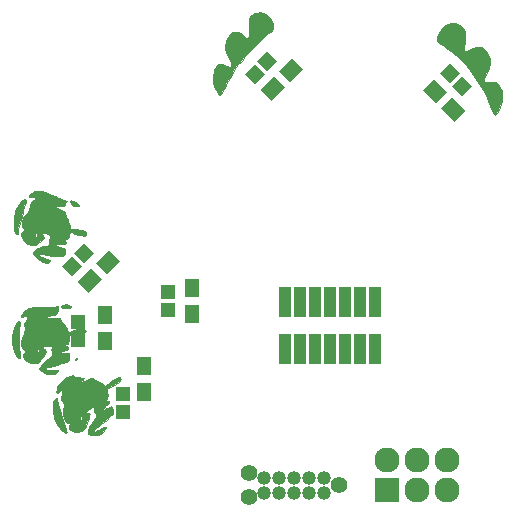
<source format=gbr>
G04 #@! TF.FileFunction,Soldermask,Bot*
%FSLAX46Y46*%
G04 Gerber Fmt 4.6, Leading zero omitted, Abs format (unit mm)*
G04 Created by KiCad (PCBNEW 4.0.5+dfsg1-4) date Sun Sep 22 16:13:37 2019*
%MOMM*%
%LPD*%
G01*
G04 APERTURE LIST*
%ADD10C,0.100000*%
%ADD11C,0.010000*%
%ADD12R,1.197560X1.197560*%
%ADD13R,1.000000X2.600000*%
%ADD14C,1.390600*%
%ADD15C,1.187400*%
%ADD16R,2.127200X2.127200*%
%ADD17O,2.127200X2.127200*%
%ADD18R,1.300000X1.600000*%
G04 APERTURE END LIST*
D10*
D11*
G36*
X57702246Y-62402213D02*
X57739318Y-62425514D01*
X57810773Y-62460039D01*
X57943261Y-62501332D01*
X58114202Y-62542848D01*
X58213000Y-62562768D01*
X58387138Y-62596558D01*
X58527338Y-62626024D01*
X58614546Y-62647040D01*
X58633440Y-62653817D01*
X58617586Y-62690215D01*
X58556834Y-62765401D01*
X58509333Y-62816500D01*
X58431457Y-62906109D01*
X58391670Y-62970757D01*
X58391472Y-62987916D01*
X58437953Y-62981684D01*
X58539657Y-62943375D01*
X58677034Y-62880631D01*
X58718457Y-62860114D01*
X58895793Y-62779473D01*
X59076529Y-62711239D01*
X59223150Y-62669491D01*
X59229966Y-62668150D01*
X59360619Y-62648289D01*
X59443268Y-62655917D01*
X59511903Y-62697417D01*
X59545772Y-62727451D01*
X59644443Y-62796121D01*
X59787846Y-62870207D01*
X59901877Y-62917310D01*
X60107775Y-63014849D01*
X60249370Y-63137684D01*
X60263764Y-63155779D01*
X60368429Y-63264444D01*
X60464977Y-63294322D01*
X60565619Y-63244882D01*
X60664902Y-63138332D01*
X60835063Y-62968225D01*
X61059709Y-62807016D01*
X61309331Y-62674280D01*
X61444402Y-62621238D01*
X61607217Y-62576136D01*
X61708049Y-62576391D01*
X61758066Y-62624734D01*
X61769000Y-62700584D01*
X61727864Y-62820556D01*
X61605195Y-62957994D01*
X61402103Y-63111964D01*
X61119698Y-63281530D01*
X61010488Y-63340121D01*
X60822944Y-63440243D01*
X60699899Y-63512412D01*
X60629707Y-63565696D01*
X60600724Y-63609166D01*
X60601307Y-63651892D01*
X60602876Y-63657621D01*
X60627340Y-63750927D01*
X60660069Y-63887672D01*
X60677986Y-63966511D01*
X60703414Y-64100258D01*
X60700584Y-64191112D01*
X60663086Y-64277983D01*
X60613872Y-64355601D01*
X60501098Y-64526014D01*
X60658799Y-64539091D01*
X60759258Y-64559804D01*
X60801477Y-64604443D01*
X60783155Y-64678798D01*
X60701990Y-64788660D01*
X60555682Y-64939821D01*
X60465752Y-65024928D01*
X60334995Y-65152309D01*
X60235959Y-65260213D01*
X60180072Y-65335423D01*
X60173666Y-65362777D01*
X60223515Y-65359274D01*
X60329787Y-65321961D01*
X60474658Y-65257720D01*
X60575794Y-65207516D01*
X60736793Y-65126374D01*
X60870456Y-65062562D01*
X60958494Y-65024623D01*
X60981794Y-65017834D01*
X61019116Y-65055160D01*
X61063050Y-65149675D01*
X61105528Y-65275184D01*
X61138482Y-65405490D01*
X61153844Y-65514400D01*
X61149893Y-65563616D01*
X61092949Y-65661950D01*
X60977451Y-65798905D01*
X60814277Y-65964649D01*
X60614302Y-66149351D01*
X60388406Y-66343179D01*
X60147464Y-66536302D01*
X59902355Y-66718888D01*
X59769108Y-66811664D01*
X59643551Y-66916115D01*
X59557249Y-67025905D01*
X59521190Y-67123161D01*
X59539958Y-67184403D01*
X59584721Y-67175256D01*
X59685698Y-67130829D01*
X59826235Y-67058948D01*
X59936626Y-66997969D01*
X60174398Y-66867481D01*
X60347169Y-66784792D01*
X60459744Y-66749786D01*
X60516924Y-66762348D01*
X60523515Y-66822363D01*
X60484319Y-66929714D01*
X60457118Y-66985449D01*
X60313969Y-67177695D01*
X60110810Y-67329531D01*
X59865064Y-67434781D01*
X59594158Y-67487268D01*
X59315516Y-67480817D01*
X59154917Y-67446972D01*
X59057856Y-67405384D01*
X59020906Y-67339912D01*
X59017334Y-67288084D01*
X59043099Y-67104743D01*
X59113319Y-66880716D01*
X59217376Y-66639626D01*
X59344653Y-66405097D01*
X59484534Y-66200751D01*
X59531368Y-66144290D01*
X59654943Y-65962659D01*
X59698119Y-65792928D01*
X59660396Y-65639151D01*
X59603043Y-65560761D01*
X59534056Y-65446717D01*
X59518087Y-65293065D01*
X59518127Y-65292025D01*
X59508248Y-65159164D01*
X59466796Y-65098548D01*
X59466526Y-65098443D01*
X59378669Y-65099803D01*
X59252506Y-65142273D01*
X59110277Y-65212880D01*
X58974220Y-65298653D01*
X58866574Y-65386618D01*
X58809577Y-65463802D01*
X58805667Y-65483955D01*
X58842507Y-65532114D01*
X58934952Y-65580654D01*
X58975000Y-65594335D01*
X59079569Y-65630408D01*
X59139101Y-65660138D01*
X59144334Y-65667143D01*
X59135059Y-65714834D01*
X59109922Y-65827146D01*
X59072952Y-65986404D01*
X59035754Y-66143319D01*
X58951693Y-66450513D01*
X58860410Y-66685897D01*
X58754066Y-66862326D01*
X58624820Y-66992654D01*
X58464831Y-67089736D01*
X58455988Y-67093899D01*
X58199214Y-67179315D01*
X57951188Y-67198361D01*
X57726021Y-67153420D01*
X57537820Y-67046877D01*
X57423806Y-66919576D01*
X57376858Y-66835971D01*
X57376889Y-66770473D01*
X57421506Y-66681291D01*
X57481433Y-66549073D01*
X57492741Y-66454927D01*
X57456116Y-66411096D01*
X57406594Y-66415491D01*
X57292664Y-66411467D01*
X57180953Y-66337602D01*
X57078212Y-66208600D01*
X56991192Y-66039165D01*
X56964966Y-65959868D01*
X58348217Y-65959868D01*
X58377325Y-66082081D01*
X58377376Y-66082192D01*
X58434094Y-66160760D01*
X58488086Y-66160234D01*
X58528936Y-66085837D01*
X58543639Y-65998811D01*
X58545548Y-65895343D01*
X58519814Y-65851427D01*
X58468227Y-65843334D01*
X58380501Y-65875073D01*
X58348217Y-65959868D01*
X56964966Y-65959868D01*
X56926644Y-65844001D01*
X56891319Y-65637813D01*
X56891969Y-65435305D01*
X56909578Y-65332966D01*
X56948300Y-65080106D01*
X56940791Y-64847214D01*
X56889129Y-64654568D01*
X56830106Y-64557221D01*
X56758319Y-64451395D01*
X56741374Y-64349312D01*
X56750340Y-64279342D01*
X56785913Y-64051333D01*
X56804567Y-63858128D01*
X56805650Y-63714201D01*
X56788509Y-63634028D01*
X56779895Y-63624683D01*
X56699450Y-63619714D01*
X56604427Y-63676300D01*
X56516833Y-63779641D01*
X56496455Y-63815288D01*
X56433693Y-63909958D01*
X56385851Y-63932073D01*
X56354717Y-63892721D01*
X56342076Y-63802989D01*
X56349715Y-63673965D01*
X56379422Y-63516736D01*
X56424185Y-63366834D01*
X56542786Y-63141620D01*
X56737859Y-62927530D01*
X57012342Y-62721812D01*
X57276870Y-62568846D01*
X57454776Y-62477268D01*
X57574512Y-62422213D01*
X57651771Y-62398816D01*
X57702246Y-62402213D01*
X57702246Y-62402213D01*
G37*
X57702246Y-62402213D02*
X57739318Y-62425514D01*
X57810773Y-62460039D01*
X57943261Y-62501332D01*
X58114202Y-62542848D01*
X58213000Y-62562768D01*
X58387138Y-62596558D01*
X58527338Y-62626024D01*
X58614546Y-62647040D01*
X58633440Y-62653817D01*
X58617586Y-62690215D01*
X58556834Y-62765401D01*
X58509333Y-62816500D01*
X58431457Y-62906109D01*
X58391670Y-62970757D01*
X58391472Y-62987916D01*
X58437953Y-62981684D01*
X58539657Y-62943375D01*
X58677034Y-62880631D01*
X58718457Y-62860114D01*
X58895793Y-62779473D01*
X59076529Y-62711239D01*
X59223150Y-62669491D01*
X59229966Y-62668150D01*
X59360619Y-62648289D01*
X59443268Y-62655917D01*
X59511903Y-62697417D01*
X59545772Y-62727451D01*
X59644443Y-62796121D01*
X59787846Y-62870207D01*
X59901877Y-62917310D01*
X60107775Y-63014849D01*
X60249370Y-63137684D01*
X60263764Y-63155779D01*
X60368429Y-63264444D01*
X60464977Y-63294322D01*
X60565619Y-63244882D01*
X60664902Y-63138332D01*
X60835063Y-62968225D01*
X61059709Y-62807016D01*
X61309331Y-62674280D01*
X61444402Y-62621238D01*
X61607217Y-62576136D01*
X61708049Y-62576391D01*
X61758066Y-62624734D01*
X61769000Y-62700584D01*
X61727864Y-62820556D01*
X61605195Y-62957994D01*
X61402103Y-63111964D01*
X61119698Y-63281530D01*
X61010488Y-63340121D01*
X60822944Y-63440243D01*
X60699899Y-63512412D01*
X60629707Y-63565696D01*
X60600724Y-63609166D01*
X60601307Y-63651892D01*
X60602876Y-63657621D01*
X60627340Y-63750927D01*
X60660069Y-63887672D01*
X60677986Y-63966511D01*
X60703414Y-64100258D01*
X60700584Y-64191112D01*
X60663086Y-64277983D01*
X60613872Y-64355601D01*
X60501098Y-64526014D01*
X60658799Y-64539091D01*
X60759258Y-64559804D01*
X60801477Y-64604443D01*
X60783155Y-64678798D01*
X60701990Y-64788660D01*
X60555682Y-64939821D01*
X60465752Y-65024928D01*
X60334995Y-65152309D01*
X60235959Y-65260213D01*
X60180072Y-65335423D01*
X60173666Y-65362777D01*
X60223515Y-65359274D01*
X60329787Y-65321961D01*
X60474658Y-65257720D01*
X60575794Y-65207516D01*
X60736793Y-65126374D01*
X60870456Y-65062562D01*
X60958494Y-65024623D01*
X60981794Y-65017834D01*
X61019116Y-65055160D01*
X61063050Y-65149675D01*
X61105528Y-65275184D01*
X61138482Y-65405490D01*
X61153844Y-65514400D01*
X61149893Y-65563616D01*
X61092949Y-65661950D01*
X60977451Y-65798905D01*
X60814277Y-65964649D01*
X60614302Y-66149351D01*
X60388406Y-66343179D01*
X60147464Y-66536302D01*
X59902355Y-66718888D01*
X59769108Y-66811664D01*
X59643551Y-66916115D01*
X59557249Y-67025905D01*
X59521190Y-67123161D01*
X59539958Y-67184403D01*
X59584721Y-67175256D01*
X59685698Y-67130829D01*
X59826235Y-67058948D01*
X59936626Y-66997969D01*
X60174398Y-66867481D01*
X60347169Y-66784792D01*
X60459744Y-66749786D01*
X60516924Y-66762348D01*
X60523515Y-66822363D01*
X60484319Y-66929714D01*
X60457118Y-66985449D01*
X60313969Y-67177695D01*
X60110810Y-67329531D01*
X59865064Y-67434781D01*
X59594158Y-67487268D01*
X59315516Y-67480817D01*
X59154917Y-67446972D01*
X59057856Y-67405384D01*
X59020906Y-67339912D01*
X59017334Y-67288084D01*
X59043099Y-67104743D01*
X59113319Y-66880716D01*
X59217376Y-66639626D01*
X59344653Y-66405097D01*
X59484534Y-66200751D01*
X59531368Y-66144290D01*
X59654943Y-65962659D01*
X59698119Y-65792928D01*
X59660396Y-65639151D01*
X59603043Y-65560761D01*
X59534056Y-65446717D01*
X59518087Y-65293065D01*
X59518127Y-65292025D01*
X59508248Y-65159164D01*
X59466796Y-65098548D01*
X59466526Y-65098443D01*
X59378669Y-65099803D01*
X59252506Y-65142273D01*
X59110277Y-65212880D01*
X58974220Y-65298653D01*
X58866574Y-65386618D01*
X58809577Y-65463802D01*
X58805667Y-65483955D01*
X58842507Y-65532114D01*
X58934952Y-65580654D01*
X58975000Y-65594335D01*
X59079569Y-65630408D01*
X59139101Y-65660138D01*
X59144334Y-65667143D01*
X59135059Y-65714834D01*
X59109922Y-65827146D01*
X59072952Y-65986404D01*
X59035754Y-66143319D01*
X58951693Y-66450513D01*
X58860410Y-66685897D01*
X58754066Y-66862326D01*
X58624820Y-66992654D01*
X58464831Y-67089736D01*
X58455988Y-67093899D01*
X58199214Y-67179315D01*
X57951188Y-67198361D01*
X57726021Y-67153420D01*
X57537820Y-67046877D01*
X57423806Y-66919576D01*
X57376858Y-66835971D01*
X57376889Y-66770473D01*
X57421506Y-66681291D01*
X57481433Y-66549073D01*
X57492741Y-66454927D01*
X57456116Y-66411096D01*
X57406594Y-66415491D01*
X57292664Y-66411467D01*
X57180953Y-66337602D01*
X57078212Y-66208600D01*
X56991192Y-66039165D01*
X56964966Y-65959868D01*
X58348217Y-65959868D01*
X58377325Y-66082081D01*
X58377376Y-66082192D01*
X58434094Y-66160760D01*
X58488086Y-66160234D01*
X58528936Y-66085837D01*
X58543639Y-65998811D01*
X58545548Y-65895343D01*
X58519814Y-65851427D01*
X58468227Y-65843334D01*
X58380501Y-65875073D01*
X58348217Y-65959868D01*
X56964966Y-65959868D01*
X56926644Y-65844001D01*
X56891319Y-65637813D01*
X56891969Y-65435305D01*
X56909578Y-65332966D01*
X56948300Y-65080106D01*
X56940791Y-64847214D01*
X56889129Y-64654568D01*
X56830106Y-64557221D01*
X56758319Y-64451395D01*
X56741374Y-64349312D01*
X56750340Y-64279342D01*
X56785913Y-64051333D01*
X56804567Y-63858128D01*
X56805650Y-63714201D01*
X56788509Y-63634028D01*
X56779895Y-63624683D01*
X56699450Y-63619714D01*
X56604427Y-63676300D01*
X56516833Y-63779641D01*
X56496455Y-63815288D01*
X56433693Y-63909958D01*
X56385851Y-63932073D01*
X56354717Y-63892721D01*
X56342076Y-63802989D01*
X56349715Y-63673965D01*
X56379422Y-63516736D01*
X56424185Y-63366834D01*
X56542786Y-63141620D01*
X56737859Y-62927530D01*
X57012342Y-62721812D01*
X57276870Y-62568846D01*
X57454776Y-62477268D01*
X57574512Y-62422213D01*
X57651771Y-62398816D01*
X57702246Y-62402213D01*
G36*
X56324298Y-64322568D02*
X56349571Y-64342944D01*
X56371063Y-64396472D01*
X56394885Y-64499159D01*
X56427143Y-64667016D01*
X56432288Y-64694535D01*
X56468361Y-64855212D01*
X56526617Y-65077615D01*
X56601488Y-65343479D01*
X56687401Y-65634542D01*
X56778786Y-65932540D01*
X56870073Y-66219210D01*
X56955690Y-66476289D01*
X57030066Y-66685514D01*
X57073008Y-66795032D01*
X57133715Y-66952107D01*
X57177910Y-67090066D01*
X57196835Y-67181248D01*
X57197000Y-67186615D01*
X57172007Y-67267518D01*
X57103020Y-67284832D01*
X56999030Y-67241009D01*
X56869027Y-67138500D01*
X56811728Y-67081584D01*
X56548049Y-66772466D01*
X56332481Y-66453263D01*
X56178261Y-66144108D01*
X56154916Y-66082372D01*
X56094396Y-65863823D01*
X56054918Y-65619335D01*
X56035451Y-65362458D01*
X56034963Y-65106738D01*
X56052423Y-64865725D01*
X56086800Y-64652965D01*
X56137062Y-64482009D01*
X56202177Y-64366402D01*
X56281115Y-64319695D01*
X56289138Y-64319334D01*
X56324298Y-64322568D01*
X56324298Y-64322568D01*
G37*
X56324298Y-64322568D02*
X56349571Y-64342944D01*
X56371063Y-64396472D01*
X56394885Y-64499159D01*
X56427143Y-64667016D01*
X56432288Y-64694535D01*
X56468361Y-64855212D01*
X56526617Y-65077615D01*
X56601488Y-65343479D01*
X56687401Y-65634542D01*
X56778786Y-65932540D01*
X56870073Y-66219210D01*
X56955690Y-66476289D01*
X57030066Y-66685514D01*
X57073008Y-66795032D01*
X57133715Y-66952107D01*
X57177910Y-67090066D01*
X57196835Y-67181248D01*
X57197000Y-67186615D01*
X57172007Y-67267518D01*
X57103020Y-67284832D01*
X56999030Y-67241009D01*
X56869027Y-67138500D01*
X56811728Y-67081584D01*
X56548049Y-66772466D01*
X56332481Y-66453263D01*
X56178261Y-66144108D01*
X56154916Y-66082372D01*
X56094396Y-65863823D01*
X56054918Y-65619335D01*
X56035451Y-65362458D01*
X56034963Y-65106738D01*
X56052423Y-64865725D01*
X56086800Y-64652965D01*
X56137062Y-64482009D01*
X56202177Y-64366402D01*
X56281115Y-64319695D01*
X56289138Y-64319334D01*
X56324298Y-64322568D01*
G36*
X56457077Y-56794584D02*
X56433660Y-56961719D01*
X56403525Y-57077316D01*
X56351561Y-57155992D01*
X56262658Y-57212361D01*
X56121704Y-57261039D01*
X55918686Y-57315321D01*
X55765813Y-57358492D01*
X55636335Y-57401284D01*
X55569101Y-57429293D01*
X55509251Y-57465932D01*
X55523900Y-57489477D01*
X55568111Y-57508269D01*
X55646405Y-57520667D01*
X55784676Y-57525263D01*
X55958555Y-57521592D01*
X56039684Y-57517261D01*
X56277283Y-57505893D01*
X56444230Y-57509198D01*
X56553764Y-57530418D01*
X56619125Y-57572795D01*
X56653553Y-57639571D01*
X56660751Y-57669339D01*
X56704469Y-57764353D01*
X56798315Y-57895962D01*
X56928560Y-58045169D01*
X56944163Y-58061471D01*
X57064922Y-58196495D01*
X57161565Y-58323154D01*
X57218284Y-58420047D01*
X57225716Y-58442652D01*
X57268828Y-58551932D01*
X57341018Y-58653986D01*
X57419513Y-58720353D01*
X57456698Y-58731334D01*
X57519344Y-58708577D01*
X57610942Y-58653297D01*
X57618030Y-58648307D01*
X57799395Y-58559495D01*
X58042401Y-58501445D01*
X58328233Y-58478537D01*
X58347828Y-58478368D01*
X58574267Y-58491838D01*
X58725103Y-58534061D01*
X58798435Y-58604354D01*
X58805667Y-58642595D01*
X58782927Y-58739822D01*
X58709882Y-58816991D01*
X58579289Y-58876683D01*
X58383908Y-58921476D01*
X58116498Y-58953950D01*
X57884917Y-58970598D01*
X57408667Y-58998237D01*
X57408667Y-59243029D01*
X57397907Y-59452274D01*
X57359979Y-59599939D01*
X57286411Y-59707024D01*
X57191858Y-59780352D01*
X57052793Y-59868402D01*
X57165494Y-59896688D01*
X57268896Y-59939455D01*
X57328106Y-59985114D01*
X57347624Y-60061524D01*
X57284315Y-60141732D01*
X57139870Y-60224492D01*
X56915978Y-60308559D01*
X56869711Y-60323020D01*
X56674220Y-60388690D01*
X56562172Y-60441060D01*
X56533614Y-60480220D01*
X56588594Y-60506261D01*
X56727162Y-60519272D01*
X56949364Y-60519344D01*
X56974033Y-60518704D01*
X57398608Y-60506907D01*
X57428142Y-60743290D01*
X57435132Y-60931573D01*
X57393976Y-61072040D01*
X57293335Y-61183190D01*
X57121866Y-61283522D01*
X57086899Y-61299900D01*
X56972594Y-61344062D01*
X56802336Y-61399830D01*
X56594838Y-61462119D01*
X56368813Y-61525847D01*
X56142975Y-61585933D01*
X55936036Y-61637294D01*
X55766710Y-61674847D01*
X55653710Y-61693511D01*
X55633367Y-61694667D01*
X55545235Y-61727593D01*
X55462470Y-61804020D01*
X55419798Y-61890423D01*
X55419000Y-61901634D01*
X55439123Y-61923714D01*
X55506746Y-61935401D01*
X55632751Y-61937188D01*
X55828022Y-61929567D01*
X55921012Y-61924404D01*
X56152172Y-61914446D01*
X56322974Y-61914659D01*
X56424359Y-61924841D01*
X56448413Y-61936121D01*
X56446732Y-62006206D01*
X56384485Y-62095006D01*
X56277607Y-62184960D01*
X56164808Y-62248652D01*
X55916983Y-62316677D01*
X55655236Y-62309453D01*
X55501352Y-62268263D01*
X55279803Y-62174826D01*
X55090899Y-62072600D01*
X54956893Y-61974010D01*
X54935351Y-61952246D01*
X54884395Y-61885721D01*
X54878788Y-61825035D01*
X54916130Y-61731622D01*
X54920982Y-61721409D01*
X55009245Y-61580292D01*
X55143161Y-61416089D01*
X55301377Y-61250649D01*
X55462536Y-61105817D01*
X55605284Y-61003442D01*
X55641682Y-60984106D01*
X55833061Y-60870588D01*
X55943933Y-60743702D01*
X55978315Y-60594985D01*
X55940223Y-60415974D01*
X55927156Y-60382710D01*
X55896027Y-60266964D01*
X55916471Y-60155655D01*
X55929351Y-60122657D01*
X55961328Y-60027294D01*
X55949164Y-59971516D01*
X55905230Y-59932157D01*
X55809932Y-59895061D01*
X55675303Y-59881106D01*
X55524708Y-59887465D01*
X55381512Y-59911312D01*
X55269080Y-59949821D01*
X55210779Y-60000166D01*
X55207334Y-60016570D01*
X55235773Y-60077517D01*
X55306736Y-60164110D01*
X55334334Y-60191834D01*
X55413610Y-60275033D01*
X55457944Y-60335627D01*
X55461334Y-60346419D01*
X55437373Y-60413018D01*
X55373742Y-60527949D01*
X55282821Y-60672764D01*
X55176987Y-60829015D01*
X55068619Y-60978256D01*
X54970094Y-61102037D01*
X54911729Y-61165500D01*
X54737587Y-61334834D01*
X54390377Y-61334834D01*
X54208242Y-61331564D01*
X54083671Y-61317816D01*
X53989686Y-61287682D01*
X53899307Y-61235254D01*
X53882128Y-61223539D01*
X53707497Y-61076595D01*
X53586155Y-60920185D01*
X53522548Y-60766705D01*
X53521122Y-60628552D01*
X53586322Y-60518123D01*
X53619834Y-60492060D01*
X53706748Y-60408007D01*
X53711779Y-60362942D01*
X54657000Y-60362942D01*
X54665222Y-60465069D01*
X54696508Y-60502341D01*
X54730209Y-60501443D01*
X54796453Y-60454401D01*
X54844291Y-60371121D01*
X54858547Y-60259774D01*
X54820241Y-60189903D01*
X54740886Y-60179232D01*
X54723346Y-60184884D01*
X54671798Y-60248931D01*
X54657000Y-60362942D01*
X53711779Y-60362942D01*
X53715608Y-60328653D01*
X53645961Y-60265943D01*
X53628677Y-60258696D01*
X53529166Y-60204387D01*
X53459971Y-60118677D01*
X53409689Y-59982270D01*
X53377119Y-59832858D01*
X53354720Y-59554446D01*
X53387321Y-59287415D01*
X53470780Y-59056851D01*
X53518025Y-58979681D01*
X53581490Y-58875449D01*
X53616487Y-58789229D01*
X53618052Y-58779887D01*
X53635194Y-58687140D01*
X53658650Y-58595085D01*
X53668771Y-58472066D01*
X53648277Y-58313026D01*
X53639771Y-58276833D01*
X53615961Y-58172508D01*
X53611549Y-58090234D01*
X53631761Y-58004215D01*
X53681821Y-57888651D01*
X53743639Y-57764010D01*
X53821854Y-57600396D01*
X53860951Y-57493267D01*
X53865531Y-57426603D01*
X53849772Y-57394346D01*
X53756759Y-57339476D01*
X53644096Y-57356584D01*
X53556333Y-57419000D01*
X53467410Y-57483642D01*
X53389949Y-57501495D01*
X53347232Y-57469135D01*
X53344667Y-57450123D01*
X53368406Y-57363637D01*
X53429515Y-57237556D01*
X53512834Y-57098686D01*
X53603202Y-56973831D01*
X53634752Y-56937247D01*
X53733905Y-56842408D01*
X53843779Y-56769164D01*
X53977538Y-56714034D01*
X54148341Y-56673536D01*
X54369350Y-56644188D01*
X54653727Y-56622508D01*
X54866308Y-56611451D01*
X55149760Y-56599465D01*
X55442436Y-56588985D01*
X55717858Y-56580834D01*
X55949546Y-56575836D01*
X56047389Y-56574737D01*
X56485278Y-56572334D01*
X56457077Y-56794584D01*
X56457077Y-56794584D01*
G37*
X56457077Y-56794584D02*
X56433660Y-56961719D01*
X56403525Y-57077316D01*
X56351561Y-57155992D01*
X56262658Y-57212361D01*
X56121704Y-57261039D01*
X55918686Y-57315321D01*
X55765813Y-57358492D01*
X55636335Y-57401284D01*
X55569101Y-57429293D01*
X55509251Y-57465932D01*
X55523900Y-57489477D01*
X55568111Y-57508269D01*
X55646405Y-57520667D01*
X55784676Y-57525263D01*
X55958555Y-57521592D01*
X56039684Y-57517261D01*
X56277283Y-57505893D01*
X56444230Y-57509198D01*
X56553764Y-57530418D01*
X56619125Y-57572795D01*
X56653553Y-57639571D01*
X56660751Y-57669339D01*
X56704469Y-57764353D01*
X56798315Y-57895962D01*
X56928560Y-58045169D01*
X56944163Y-58061471D01*
X57064922Y-58196495D01*
X57161565Y-58323154D01*
X57218284Y-58420047D01*
X57225716Y-58442652D01*
X57268828Y-58551932D01*
X57341018Y-58653986D01*
X57419513Y-58720353D01*
X57456698Y-58731334D01*
X57519344Y-58708577D01*
X57610942Y-58653297D01*
X57618030Y-58648307D01*
X57799395Y-58559495D01*
X58042401Y-58501445D01*
X58328233Y-58478537D01*
X58347828Y-58478368D01*
X58574267Y-58491838D01*
X58725103Y-58534061D01*
X58798435Y-58604354D01*
X58805667Y-58642595D01*
X58782927Y-58739822D01*
X58709882Y-58816991D01*
X58579289Y-58876683D01*
X58383908Y-58921476D01*
X58116498Y-58953950D01*
X57884917Y-58970598D01*
X57408667Y-58998237D01*
X57408667Y-59243029D01*
X57397907Y-59452274D01*
X57359979Y-59599939D01*
X57286411Y-59707024D01*
X57191858Y-59780352D01*
X57052793Y-59868402D01*
X57165494Y-59896688D01*
X57268896Y-59939455D01*
X57328106Y-59985114D01*
X57347624Y-60061524D01*
X57284315Y-60141732D01*
X57139870Y-60224492D01*
X56915978Y-60308559D01*
X56869711Y-60323020D01*
X56674220Y-60388690D01*
X56562172Y-60441060D01*
X56533614Y-60480220D01*
X56588594Y-60506261D01*
X56727162Y-60519272D01*
X56949364Y-60519344D01*
X56974033Y-60518704D01*
X57398608Y-60506907D01*
X57428142Y-60743290D01*
X57435132Y-60931573D01*
X57393976Y-61072040D01*
X57293335Y-61183190D01*
X57121866Y-61283522D01*
X57086899Y-61299900D01*
X56972594Y-61344062D01*
X56802336Y-61399830D01*
X56594838Y-61462119D01*
X56368813Y-61525847D01*
X56142975Y-61585933D01*
X55936036Y-61637294D01*
X55766710Y-61674847D01*
X55653710Y-61693511D01*
X55633367Y-61694667D01*
X55545235Y-61727593D01*
X55462470Y-61804020D01*
X55419798Y-61890423D01*
X55419000Y-61901634D01*
X55439123Y-61923714D01*
X55506746Y-61935401D01*
X55632751Y-61937188D01*
X55828022Y-61929567D01*
X55921012Y-61924404D01*
X56152172Y-61914446D01*
X56322974Y-61914659D01*
X56424359Y-61924841D01*
X56448413Y-61936121D01*
X56446732Y-62006206D01*
X56384485Y-62095006D01*
X56277607Y-62184960D01*
X56164808Y-62248652D01*
X55916983Y-62316677D01*
X55655236Y-62309453D01*
X55501352Y-62268263D01*
X55279803Y-62174826D01*
X55090899Y-62072600D01*
X54956893Y-61974010D01*
X54935351Y-61952246D01*
X54884395Y-61885721D01*
X54878788Y-61825035D01*
X54916130Y-61731622D01*
X54920982Y-61721409D01*
X55009245Y-61580292D01*
X55143161Y-61416089D01*
X55301377Y-61250649D01*
X55462536Y-61105817D01*
X55605284Y-61003442D01*
X55641682Y-60984106D01*
X55833061Y-60870588D01*
X55943933Y-60743702D01*
X55978315Y-60594985D01*
X55940223Y-60415974D01*
X55927156Y-60382710D01*
X55896027Y-60266964D01*
X55916471Y-60155655D01*
X55929351Y-60122657D01*
X55961328Y-60027294D01*
X55949164Y-59971516D01*
X55905230Y-59932157D01*
X55809932Y-59895061D01*
X55675303Y-59881106D01*
X55524708Y-59887465D01*
X55381512Y-59911312D01*
X55269080Y-59949821D01*
X55210779Y-60000166D01*
X55207334Y-60016570D01*
X55235773Y-60077517D01*
X55306736Y-60164110D01*
X55334334Y-60191834D01*
X55413610Y-60275033D01*
X55457944Y-60335627D01*
X55461334Y-60346419D01*
X55437373Y-60413018D01*
X55373742Y-60527949D01*
X55282821Y-60672764D01*
X55176987Y-60829015D01*
X55068619Y-60978256D01*
X54970094Y-61102037D01*
X54911729Y-61165500D01*
X54737587Y-61334834D01*
X54390377Y-61334834D01*
X54208242Y-61331564D01*
X54083671Y-61317816D01*
X53989686Y-61287682D01*
X53899307Y-61235254D01*
X53882128Y-61223539D01*
X53707497Y-61076595D01*
X53586155Y-60920185D01*
X53522548Y-60766705D01*
X53521122Y-60628552D01*
X53586322Y-60518123D01*
X53619834Y-60492060D01*
X53706748Y-60408007D01*
X53711779Y-60362942D01*
X54657000Y-60362942D01*
X54665222Y-60465069D01*
X54696508Y-60502341D01*
X54730209Y-60501443D01*
X54796453Y-60454401D01*
X54844291Y-60371121D01*
X54858547Y-60259774D01*
X54820241Y-60189903D01*
X54740886Y-60179232D01*
X54723346Y-60184884D01*
X54671798Y-60248931D01*
X54657000Y-60362942D01*
X53711779Y-60362942D01*
X53715608Y-60328653D01*
X53645961Y-60265943D01*
X53628677Y-60258696D01*
X53529166Y-60204387D01*
X53459971Y-60118677D01*
X53409689Y-59982270D01*
X53377119Y-59832858D01*
X53354720Y-59554446D01*
X53387321Y-59287415D01*
X53470780Y-59056851D01*
X53518025Y-58979681D01*
X53581490Y-58875449D01*
X53616487Y-58789229D01*
X53618052Y-58779887D01*
X53635194Y-58687140D01*
X53658650Y-58595085D01*
X53668771Y-58472066D01*
X53648277Y-58313026D01*
X53639771Y-58276833D01*
X53615961Y-58172508D01*
X53611549Y-58090234D01*
X53631761Y-58004215D01*
X53681821Y-57888651D01*
X53743639Y-57764010D01*
X53821854Y-57600396D01*
X53860951Y-57493267D01*
X53865531Y-57426603D01*
X53849772Y-57394346D01*
X53756759Y-57339476D01*
X53644096Y-57356584D01*
X53556333Y-57419000D01*
X53467410Y-57483642D01*
X53389949Y-57501495D01*
X53347232Y-57469135D01*
X53344667Y-57450123D01*
X53368406Y-57363637D01*
X53429515Y-57237556D01*
X53512834Y-57098686D01*
X53603202Y-56973831D01*
X53634752Y-56937247D01*
X53733905Y-56842408D01*
X53843779Y-56769164D01*
X53977538Y-56714034D01*
X54148341Y-56673536D01*
X54369350Y-56644188D01*
X54653727Y-56622508D01*
X54866308Y-56611451D01*
X55149760Y-56599465D01*
X55442436Y-56588985D01*
X55717858Y-56580834D01*
X55949546Y-56575836D01*
X56047389Y-56574737D01*
X56485278Y-56572334D01*
X56457077Y-56794584D01*
G36*
X58115907Y-60945101D02*
X58089239Y-60983978D01*
X58049560Y-61018742D01*
X57945494Y-61089711D01*
X57887716Y-61090342D01*
X57874334Y-61043029D01*
X57912085Y-60977638D01*
X58009404Y-60939165D01*
X58078879Y-60934075D01*
X58115907Y-60945101D01*
X58115907Y-60945101D01*
G37*
X58115907Y-60945101D02*
X58089239Y-60983978D01*
X58049560Y-61018742D01*
X57945494Y-61089711D01*
X57887716Y-61090342D01*
X57874334Y-61043029D01*
X57912085Y-60977638D01*
X58009404Y-60939165D01*
X58078879Y-60934075D01*
X58115907Y-60945101D01*
G36*
X53190091Y-57824565D02*
X53244665Y-57869656D01*
X53247134Y-57958445D01*
X53244141Y-57974548D01*
X53227202Y-58105404D01*
X53213049Y-58304667D01*
X53201931Y-58556116D01*
X53194098Y-58843528D01*
X53189797Y-59150681D01*
X53189278Y-59461355D01*
X53192790Y-59759328D01*
X53200582Y-60028376D01*
X53209858Y-60208759D01*
X53223259Y-60438201D01*
X53232042Y-60639945D01*
X53235736Y-60797877D01*
X53233873Y-60895885D01*
X53230542Y-60917842D01*
X53180421Y-60971589D01*
X53106351Y-60950365D01*
X53016442Y-60857562D01*
X52987580Y-60816250D01*
X52927740Y-60705632D01*
X52854407Y-60541663D01*
X52779448Y-60351775D01*
X52744947Y-60255334D01*
X52684029Y-60070442D01*
X52643995Y-59920121D01*
X52620465Y-59775834D01*
X52609057Y-59609046D01*
X52605391Y-59391219D01*
X52605218Y-59345167D01*
X52606989Y-59111255D01*
X52616413Y-58933451D01*
X52637440Y-58783278D01*
X52674016Y-58632257D01*
X52728314Y-58457329D01*
X52822935Y-58209616D01*
X52924630Y-58015836D01*
X53027600Y-57883935D01*
X53126045Y-57821861D01*
X53190091Y-57824565D01*
X53190091Y-57824565D01*
G37*
X53190091Y-57824565D02*
X53244665Y-57869656D01*
X53247134Y-57958445D01*
X53244141Y-57974548D01*
X53227202Y-58105404D01*
X53213049Y-58304667D01*
X53201931Y-58556116D01*
X53194098Y-58843528D01*
X53189797Y-59150681D01*
X53189278Y-59461355D01*
X53192790Y-59759328D01*
X53200582Y-60028376D01*
X53209858Y-60208759D01*
X53223259Y-60438201D01*
X53232042Y-60639945D01*
X53235736Y-60797877D01*
X53233873Y-60895885D01*
X53230542Y-60917842D01*
X53180421Y-60971589D01*
X53106351Y-60950365D01*
X53016442Y-60857562D01*
X52987580Y-60816250D01*
X52927740Y-60705632D01*
X52854407Y-60541663D01*
X52779448Y-60351775D01*
X52744947Y-60255334D01*
X52684029Y-60070442D01*
X52643995Y-59920121D01*
X52620465Y-59775834D01*
X52609057Y-59609046D01*
X52605391Y-59391219D01*
X52605218Y-59345167D01*
X52606989Y-59111255D01*
X52616413Y-58933451D01*
X52637440Y-58783278D01*
X52674016Y-58632257D01*
X52728314Y-58457329D01*
X52822935Y-58209616D01*
X52924630Y-58015836D01*
X53027600Y-57883935D01*
X53126045Y-57821861D01*
X53190091Y-57824565D01*
G36*
X57284810Y-56423066D02*
X57415520Y-56461005D01*
X57515083Y-56512812D01*
X57570087Y-56573304D01*
X57567119Y-56637299D01*
X57496117Y-56697844D01*
X57381239Y-56729300D01*
X57220198Y-56738820D01*
X57048264Y-56727640D01*
X56900709Y-56696997D01*
X56847750Y-56675120D01*
X56753984Y-56599140D01*
X56740394Y-56523441D01*
X56807342Y-56458732D01*
X56839923Y-56444286D01*
X56983598Y-56409524D01*
X57136365Y-56404178D01*
X57284810Y-56423066D01*
X57284810Y-56423066D01*
G37*
X57284810Y-56423066D02*
X57415520Y-56461005D01*
X57515083Y-56512812D01*
X57570087Y-56573304D01*
X57567119Y-56637299D01*
X57496117Y-56697844D01*
X57381239Y-56729300D01*
X57220198Y-56738820D01*
X57048264Y-56727640D01*
X56900709Y-56696997D01*
X56847750Y-56675120D01*
X56753984Y-56599140D01*
X56740394Y-56523441D01*
X56807342Y-56458732D01*
X56839923Y-56444286D01*
X56983598Y-56409524D01*
X57136365Y-56404178D01*
X57284810Y-56423066D01*
G36*
X54936308Y-46775794D02*
X55110564Y-46817930D01*
X55326105Y-46884650D01*
X55591904Y-46978147D01*
X55916935Y-47100615D01*
X56310172Y-47254248D01*
X56337992Y-47265241D01*
X57193485Y-47603451D01*
X57107882Y-47820626D01*
X57056127Y-47948221D01*
X57014674Y-48043850D01*
X56998657Y-48076025D01*
X56948276Y-48089642D01*
X56829316Y-48095203D01*
X56657508Y-48092429D01*
X56503934Y-48084745D01*
X56288281Y-48074571D01*
X56149623Y-48077264D01*
X56088622Y-48094937D01*
X56105936Y-48129703D01*
X56202225Y-48183674D01*
X56378150Y-48258964D01*
X56583167Y-48338420D01*
X56762235Y-48407851D01*
X56913663Y-48469853D01*
X57018556Y-48516497D01*
X57055184Y-48536523D01*
X57089394Y-48602487D01*
X57104142Y-48708438D01*
X57104153Y-48710587D01*
X57122591Y-48809002D01*
X57171646Y-48956725D01*
X57242338Y-49128226D01*
X57277719Y-49204094D01*
X57358227Y-49385820D01*
X57418118Y-49551437D01*
X57448770Y-49676059D01*
X57451000Y-49704294D01*
X57460328Y-49846601D01*
X57498501Y-49935679D01*
X57580806Y-49983125D01*
X57722530Y-50000537D01*
X57842588Y-50001390D01*
X58072664Y-50015837D01*
X58302418Y-50060255D01*
X58515076Y-50128076D01*
X58693864Y-50212736D01*
X58822008Y-50307666D01*
X58882734Y-50406302D01*
X58883246Y-50408770D01*
X58873101Y-50514961D01*
X58793114Y-50575797D01*
X58644941Y-50591272D01*
X58430237Y-50561378D01*
X58150658Y-50486109D01*
X57934381Y-50412651D01*
X57760620Y-50350837D01*
X57616772Y-50301692D01*
X57521219Y-50271380D01*
X57492995Y-50264667D01*
X57465251Y-50301786D01*
X57437068Y-50393913D01*
X57431039Y-50423417D01*
X57374937Y-50638734D01*
X57294732Y-50784124D01*
X57181106Y-50873027D01*
X57098198Y-50903473D01*
X56924014Y-50950376D01*
X57039340Y-51034386D01*
X57130424Y-51128817D01*
X57150648Y-51217588D01*
X57099616Y-51285100D01*
X57046240Y-51306267D01*
X56952230Y-51315788D01*
X56803866Y-51315862D01*
X56630922Y-51306608D01*
X56605817Y-51304520D01*
X56406462Y-51294069D01*
X56288329Y-51303950D01*
X56250709Y-51333154D01*
X56292892Y-51380672D01*
X56414168Y-51445495D01*
X56613826Y-51526613D01*
X56811214Y-51596402D01*
X56957757Y-51648231D01*
X57040144Y-51688331D01*
X57075010Y-51730305D01*
X57078986Y-51787759D01*
X57076263Y-51813185D01*
X57030885Y-52026388D01*
X56956599Y-52189343D01*
X56860971Y-52285599D01*
X56858334Y-52287029D01*
X56739041Y-52317365D01*
X56541428Y-52324447D01*
X56268534Y-52308455D01*
X55923395Y-52269572D01*
X55509051Y-52207981D01*
X55490264Y-52204914D01*
X55237331Y-52166562D01*
X55059614Y-52147118D01*
X54949925Y-52146047D01*
X54902559Y-52161174D01*
X54870845Y-52221339D01*
X54902908Y-52280887D01*
X55004243Y-52343716D01*
X55180347Y-52413722D01*
X55325787Y-52461290D01*
X55556358Y-52537165D01*
X55710093Y-52599910D01*
X55792814Y-52654721D01*
X55810346Y-52706796D01*
X55768512Y-52761329D01*
X55708538Y-52802827D01*
X55591164Y-52861758D01*
X55478033Y-52881194D01*
X55334957Y-52864500D01*
X55256760Y-52847300D01*
X55098080Y-52785431D01*
X54923496Y-52678479D01*
X54748748Y-52541197D01*
X54589577Y-52388336D01*
X54461721Y-52234651D01*
X54380921Y-52094893D01*
X54360667Y-52007400D01*
X54398245Y-51923010D01*
X54499268Y-51823841D01*
X54646170Y-51719720D01*
X54821386Y-51620480D01*
X55007350Y-51535948D01*
X55186496Y-51475956D01*
X55341258Y-51450332D01*
X55356664Y-51450034D01*
X55530943Y-51431439D01*
X55641571Y-51368106D01*
X55699405Y-51248584D01*
X55715334Y-51071783D01*
X55726218Y-50897231D01*
X55760384Y-50794274D01*
X55780876Y-50770971D01*
X55834799Y-50686966D01*
X55815718Y-50596704D01*
X55733919Y-50509150D01*
X55599687Y-50433268D01*
X55423305Y-50378019D01*
X55308472Y-50359265D01*
X55189784Y-50352859D01*
X55133603Y-50375925D01*
X55135483Y-50440687D01*
X55190977Y-50559369D01*
X55217917Y-50608210D01*
X55313167Y-50778027D01*
X55059167Y-51007808D01*
X54806477Y-51212548D01*
X54578647Y-51342940D01*
X54365681Y-51401793D01*
X54157585Y-51391920D01*
X53951176Y-51319455D01*
X53784503Y-51210915D01*
X53620258Y-51057468D01*
X53481724Y-50884823D01*
X53392185Y-50718691D01*
X53383370Y-50692475D01*
X53359594Y-50571080D01*
X54494137Y-50571080D01*
X54501940Y-50621801D01*
X54550550Y-50682186D01*
X54616448Y-50661139D01*
X54681846Y-50582494D01*
X54725958Y-50474312D01*
X54713626Y-50389516D01*
X54649133Y-50350005D01*
X54636255Y-50349334D01*
X54570004Y-50385732D01*
X54516835Y-50471407D01*
X54494137Y-50571080D01*
X53359594Y-50571080D01*
X53348862Y-50516292D01*
X53353993Y-50368673D01*
X53395925Y-50267188D01*
X53458009Y-50230375D01*
X53574575Y-50190500D01*
X53613888Y-50116983D01*
X53575022Y-50012825D01*
X53539645Y-49965935D01*
X53454456Y-49803474D01*
X53423086Y-49598497D01*
X53442069Y-49370836D01*
X53507937Y-49140320D01*
X53617225Y-48926779D01*
X53749421Y-48765898D01*
X53848410Y-48665663D01*
X53916491Y-48586425D01*
X53937334Y-48550174D01*
X53962999Y-48494292D01*
X54007542Y-48436921D01*
X54056592Y-48337290D01*
X54070878Y-48177211D01*
X54070062Y-48142109D01*
X54069393Y-48030264D01*
X54084763Y-47947119D01*
X54127981Y-47868526D01*
X54210857Y-47770339D01*
X54296187Y-47679748D01*
X54405702Y-47560209D01*
X54487749Y-47461655D01*
X54528096Y-47401459D01*
X54530000Y-47394326D01*
X54492747Y-47317641D01*
X54390440Y-47276007D01*
X54237256Y-47274630D01*
X54212885Y-47277896D01*
X54095587Y-47291548D01*
X54039424Y-47281851D01*
X54022621Y-47242619D01*
X54022000Y-47223646D01*
X54055977Y-47141506D01*
X54144363Y-47038244D01*
X54266842Y-46932545D01*
X54403097Y-46843094D01*
X54472645Y-46809204D01*
X54571505Y-46774947D01*
X54675752Y-46756496D01*
X54794362Y-46756047D01*
X54936308Y-46775794D01*
X54936308Y-46775794D01*
G37*
X54936308Y-46775794D02*
X55110564Y-46817930D01*
X55326105Y-46884650D01*
X55591904Y-46978147D01*
X55916935Y-47100615D01*
X56310172Y-47254248D01*
X56337992Y-47265241D01*
X57193485Y-47603451D01*
X57107882Y-47820626D01*
X57056127Y-47948221D01*
X57014674Y-48043850D01*
X56998657Y-48076025D01*
X56948276Y-48089642D01*
X56829316Y-48095203D01*
X56657508Y-48092429D01*
X56503934Y-48084745D01*
X56288281Y-48074571D01*
X56149623Y-48077264D01*
X56088622Y-48094937D01*
X56105936Y-48129703D01*
X56202225Y-48183674D01*
X56378150Y-48258964D01*
X56583167Y-48338420D01*
X56762235Y-48407851D01*
X56913663Y-48469853D01*
X57018556Y-48516497D01*
X57055184Y-48536523D01*
X57089394Y-48602487D01*
X57104142Y-48708438D01*
X57104153Y-48710587D01*
X57122591Y-48809002D01*
X57171646Y-48956725D01*
X57242338Y-49128226D01*
X57277719Y-49204094D01*
X57358227Y-49385820D01*
X57418118Y-49551437D01*
X57448770Y-49676059D01*
X57451000Y-49704294D01*
X57460328Y-49846601D01*
X57498501Y-49935679D01*
X57580806Y-49983125D01*
X57722530Y-50000537D01*
X57842588Y-50001390D01*
X58072664Y-50015837D01*
X58302418Y-50060255D01*
X58515076Y-50128076D01*
X58693864Y-50212736D01*
X58822008Y-50307666D01*
X58882734Y-50406302D01*
X58883246Y-50408770D01*
X58873101Y-50514961D01*
X58793114Y-50575797D01*
X58644941Y-50591272D01*
X58430237Y-50561378D01*
X58150658Y-50486109D01*
X57934381Y-50412651D01*
X57760620Y-50350837D01*
X57616772Y-50301692D01*
X57521219Y-50271380D01*
X57492995Y-50264667D01*
X57465251Y-50301786D01*
X57437068Y-50393913D01*
X57431039Y-50423417D01*
X57374937Y-50638734D01*
X57294732Y-50784124D01*
X57181106Y-50873027D01*
X57098198Y-50903473D01*
X56924014Y-50950376D01*
X57039340Y-51034386D01*
X57130424Y-51128817D01*
X57150648Y-51217588D01*
X57099616Y-51285100D01*
X57046240Y-51306267D01*
X56952230Y-51315788D01*
X56803866Y-51315862D01*
X56630922Y-51306608D01*
X56605817Y-51304520D01*
X56406462Y-51294069D01*
X56288329Y-51303950D01*
X56250709Y-51333154D01*
X56292892Y-51380672D01*
X56414168Y-51445495D01*
X56613826Y-51526613D01*
X56811214Y-51596402D01*
X56957757Y-51648231D01*
X57040144Y-51688331D01*
X57075010Y-51730305D01*
X57078986Y-51787759D01*
X57076263Y-51813185D01*
X57030885Y-52026388D01*
X56956599Y-52189343D01*
X56860971Y-52285599D01*
X56858334Y-52287029D01*
X56739041Y-52317365D01*
X56541428Y-52324447D01*
X56268534Y-52308455D01*
X55923395Y-52269572D01*
X55509051Y-52207981D01*
X55490264Y-52204914D01*
X55237331Y-52166562D01*
X55059614Y-52147118D01*
X54949925Y-52146047D01*
X54902559Y-52161174D01*
X54870845Y-52221339D01*
X54902908Y-52280887D01*
X55004243Y-52343716D01*
X55180347Y-52413722D01*
X55325787Y-52461290D01*
X55556358Y-52537165D01*
X55710093Y-52599910D01*
X55792814Y-52654721D01*
X55810346Y-52706796D01*
X55768512Y-52761329D01*
X55708538Y-52802827D01*
X55591164Y-52861758D01*
X55478033Y-52881194D01*
X55334957Y-52864500D01*
X55256760Y-52847300D01*
X55098080Y-52785431D01*
X54923496Y-52678479D01*
X54748748Y-52541197D01*
X54589577Y-52388336D01*
X54461721Y-52234651D01*
X54380921Y-52094893D01*
X54360667Y-52007400D01*
X54398245Y-51923010D01*
X54499268Y-51823841D01*
X54646170Y-51719720D01*
X54821386Y-51620480D01*
X55007350Y-51535948D01*
X55186496Y-51475956D01*
X55341258Y-51450332D01*
X55356664Y-51450034D01*
X55530943Y-51431439D01*
X55641571Y-51368106D01*
X55699405Y-51248584D01*
X55715334Y-51071783D01*
X55726218Y-50897231D01*
X55760384Y-50794274D01*
X55780876Y-50770971D01*
X55834799Y-50686966D01*
X55815718Y-50596704D01*
X55733919Y-50509150D01*
X55599687Y-50433268D01*
X55423305Y-50378019D01*
X55308472Y-50359265D01*
X55189784Y-50352859D01*
X55133603Y-50375925D01*
X55135483Y-50440687D01*
X55190977Y-50559369D01*
X55217917Y-50608210D01*
X55313167Y-50778027D01*
X55059167Y-51007808D01*
X54806477Y-51212548D01*
X54578647Y-51342940D01*
X54365681Y-51401793D01*
X54157585Y-51391920D01*
X53951176Y-51319455D01*
X53784503Y-51210915D01*
X53620258Y-51057468D01*
X53481724Y-50884823D01*
X53392185Y-50718691D01*
X53383370Y-50692475D01*
X53359594Y-50571080D01*
X54494137Y-50571080D01*
X54501940Y-50621801D01*
X54550550Y-50682186D01*
X54616448Y-50661139D01*
X54681846Y-50582494D01*
X54725958Y-50474312D01*
X54713626Y-50389516D01*
X54649133Y-50350005D01*
X54636255Y-50349334D01*
X54570004Y-50385732D01*
X54516835Y-50471407D01*
X54494137Y-50571080D01*
X53359594Y-50571080D01*
X53348862Y-50516292D01*
X53353993Y-50368673D01*
X53395925Y-50267188D01*
X53458009Y-50230375D01*
X53574575Y-50190500D01*
X53613888Y-50116983D01*
X53575022Y-50012825D01*
X53539645Y-49965935D01*
X53454456Y-49803474D01*
X53423086Y-49598497D01*
X53442069Y-49370836D01*
X53507937Y-49140320D01*
X53617225Y-48926779D01*
X53749421Y-48765898D01*
X53848410Y-48665663D01*
X53916491Y-48586425D01*
X53937334Y-48550174D01*
X53962999Y-48494292D01*
X54007542Y-48436921D01*
X54056592Y-48337290D01*
X54070878Y-48177211D01*
X54070062Y-48142109D01*
X54069393Y-48030264D01*
X54084763Y-47947119D01*
X54127981Y-47868526D01*
X54210857Y-47770339D01*
X54296187Y-47679748D01*
X54405702Y-47560209D01*
X54487749Y-47461655D01*
X54528096Y-47401459D01*
X54530000Y-47394326D01*
X54492747Y-47317641D01*
X54390440Y-47276007D01*
X54237256Y-47274630D01*
X54212885Y-47277896D01*
X54095587Y-47291548D01*
X54039424Y-47281851D01*
X54022621Y-47242619D01*
X54022000Y-47223646D01*
X54055977Y-47141506D01*
X54144363Y-47038244D01*
X54266842Y-46932545D01*
X54403097Y-46843094D01*
X54472645Y-46809204D01*
X54571505Y-46774947D01*
X54675752Y-46756496D01*
X54794362Y-46756047D01*
X54936308Y-46775794D01*
G36*
X53712622Y-47493948D02*
X53749522Y-47519233D01*
X53772925Y-47559603D01*
X53773474Y-47623712D01*
X53748295Y-47728600D01*
X53694515Y-47891311D01*
X53679690Y-47933372D01*
X53619774Y-48115413D01*
X53550089Y-48348521D01*
X53474068Y-48618956D01*
X53395147Y-48912977D01*
X53316757Y-49216845D01*
X53242333Y-49516820D01*
X53175308Y-49799161D01*
X53119115Y-50050129D01*
X53077190Y-50255984D01*
X53052964Y-50402986D01*
X53048334Y-50459843D01*
X53013000Y-50473638D01*
X52970462Y-50476334D01*
X52896789Y-50441315D01*
X52844312Y-50370374D01*
X52806020Y-50244454D01*
X52772229Y-50056627D01*
X52745110Y-49829623D01*
X52726838Y-49586170D01*
X52719585Y-49348996D01*
X52725523Y-49140830D01*
X52726066Y-49133418D01*
X52750968Y-48929449D01*
X52791714Y-48721192D01*
X52839774Y-48551741D01*
X52842889Y-48543255D01*
X52953062Y-48286911D01*
X53080989Y-48051295D01*
X53218832Y-47845258D01*
X53358755Y-47677653D01*
X53492918Y-47557331D01*
X53613487Y-47493146D01*
X53712622Y-47493948D01*
X53712622Y-47493948D01*
G37*
X53712622Y-47493948D02*
X53749522Y-47519233D01*
X53772925Y-47559603D01*
X53773474Y-47623712D01*
X53748295Y-47728600D01*
X53694515Y-47891311D01*
X53679690Y-47933372D01*
X53619774Y-48115413D01*
X53550089Y-48348521D01*
X53474068Y-48618956D01*
X53395147Y-48912977D01*
X53316757Y-49216845D01*
X53242333Y-49516820D01*
X53175308Y-49799161D01*
X53119115Y-50050129D01*
X53077190Y-50255984D01*
X53052964Y-50402986D01*
X53048334Y-50459843D01*
X53013000Y-50473638D01*
X52970462Y-50476334D01*
X52896789Y-50441315D01*
X52844312Y-50370374D01*
X52806020Y-50244454D01*
X52772229Y-50056627D01*
X52745110Y-49829623D01*
X52726838Y-49586170D01*
X52719585Y-49348996D01*
X52725523Y-49140830D01*
X52726066Y-49133418D01*
X52750968Y-48929449D01*
X52791714Y-48721192D01*
X52839774Y-48551741D01*
X52842889Y-48543255D01*
X52953062Y-48286911D01*
X53080989Y-48051295D01*
X53218832Y-47845258D01*
X53358755Y-47677653D01*
X53492918Y-47557331D01*
X53613487Y-47493146D01*
X53712622Y-47493948D01*
G36*
X57632505Y-47615382D02*
X57764415Y-47661540D01*
X57902801Y-47721350D01*
X58079797Y-47820731D01*
X58196330Y-47919843D01*
X58244523Y-48010523D01*
X58233626Y-48064208D01*
X58169470Y-48097176D01*
X58056331Y-48101261D01*
X57924048Y-48078494D01*
X57810834Y-48035442D01*
X57664266Y-47942657D01*
X57550742Y-47841535D01*
X57477683Y-47744357D01*
X57452512Y-47663402D01*
X57482649Y-47610949D01*
X57546250Y-47597700D01*
X57632505Y-47615382D01*
X57632505Y-47615382D01*
G37*
X57632505Y-47615382D02*
X57764415Y-47661540D01*
X57902801Y-47721350D01*
X58079797Y-47820731D01*
X58196330Y-47919843D01*
X58244523Y-48010523D01*
X58233626Y-48064208D01*
X58169470Y-48097176D01*
X58056331Y-48101261D01*
X57924048Y-48078494D01*
X57810834Y-48035442D01*
X57664266Y-47942657D01*
X57550742Y-47841535D01*
X57477683Y-47744357D01*
X57452512Y-47663402D01*
X57482649Y-47610949D01*
X57546250Y-47597700D01*
X57632505Y-47615382D01*
G36*
X90061618Y-32567392D02*
X90291411Y-32631572D01*
X90446642Y-32723701D01*
X90608014Y-32864671D01*
X90752855Y-33029974D01*
X90858490Y-33195105D01*
X90893050Y-33281831D01*
X90921687Y-33455056D01*
X90932378Y-33687407D01*
X90925463Y-33955339D01*
X90901281Y-34235308D01*
X90876773Y-34410712D01*
X90848052Y-34664804D01*
X90857973Y-34844066D01*
X90907383Y-34949434D01*
X90997129Y-34981842D01*
X91128059Y-34942223D01*
X91275503Y-34850344D01*
X91571115Y-34673777D01*
X91853264Y-34579795D01*
X92118381Y-34567516D01*
X92362896Y-34636054D01*
X92583242Y-34784525D01*
X92775848Y-35012047D01*
X92909763Y-35255185D01*
X93019234Y-35584071D01*
X93048844Y-35920321D01*
X92998134Y-36268134D01*
X92866649Y-36631706D01*
X92731950Y-36888231D01*
X92632240Y-37084293D01*
X92569805Y-37262328D01*
X92547952Y-37407252D01*
X92569989Y-37503981D01*
X92592101Y-37525970D01*
X92657353Y-37541662D01*
X92786409Y-37554248D01*
X92958421Y-37562140D01*
X93091586Y-37564019D01*
X93532006Y-37564667D01*
X93695365Y-37741617D01*
X93809339Y-37884985D01*
X93921617Y-38057514D01*
X93974233Y-38154367D01*
X94035789Y-38293980D01*
X94070145Y-38420002D01*
X94083955Y-38567064D01*
X94084596Y-38728834D01*
X94059257Y-39060435D01*
X93997267Y-39391646D01*
X93904865Y-39701339D01*
X93788289Y-39968386D01*
X93661070Y-40163055D01*
X93556224Y-40278357D01*
X93481017Y-40327649D01*
X93418980Y-40315931D01*
X93358803Y-40254833D01*
X93282550Y-40136164D01*
X93233863Y-40032316D01*
X93200656Y-39940450D01*
X93147853Y-39794061D01*
X93084523Y-39618295D01*
X93053873Y-39533167D01*
X92894962Y-39143152D01*
X92683453Y-38704983D01*
X92426330Y-38230660D01*
X92130576Y-37732182D01*
X91803175Y-37221549D01*
X91451109Y-36710762D01*
X91253562Y-36439589D01*
X90978244Y-36100615D01*
X90651722Y-35757778D01*
X90267436Y-35405166D01*
X89818827Y-35036873D01*
X89299335Y-34646987D01*
X89126389Y-34523302D01*
X88908617Y-34365389D01*
X88753578Y-34240985D01*
X88652278Y-34138606D01*
X88595726Y-34046772D01*
X88574932Y-33953998D01*
X88580902Y-33848803D01*
X88583705Y-33830278D01*
X88638936Y-33627607D01*
X88737435Y-33395841D01*
X88863577Y-33166718D01*
X89001740Y-32971973D01*
X89012505Y-32959224D01*
X89233779Y-32760712D01*
X89493581Y-32626369D01*
X89775123Y-32560495D01*
X90061618Y-32567392D01*
X90061618Y-32567392D01*
G37*
X90061618Y-32567392D02*
X90291411Y-32631572D01*
X90446642Y-32723701D01*
X90608014Y-32864671D01*
X90752855Y-33029974D01*
X90858490Y-33195105D01*
X90893050Y-33281831D01*
X90921687Y-33455056D01*
X90932378Y-33687407D01*
X90925463Y-33955339D01*
X90901281Y-34235308D01*
X90876773Y-34410712D01*
X90848052Y-34664804D01*
X90857973Y-34844066D01*
X90907383Y-34949434D01*
X90997129Y-34981842D01*
X91128059Y-34942223D01*
X91275503Y-34850344D01*
X91571115Y-34673777D01*
X91853264Y-34579795D01*
X92118381Y-34567516D01*
X92362896Y-34636054D01*
X92583242Y-34784525D01*
X92775848Y-35012047D01*
X92909763Y-35255185D01*
X93019234Y-35584071D01*
X93048844Y-35920321D01*
X92998134Y-36268134D01*
X92866649Y-36631706D01*
X92731950Y-36888231D01*
X92632240Y-37084293D01*
X92569805Y-37262328D01*
X92547952Y-37407252D01*
X92569989Y-37503981D01*
X92592101Y-37525970D01*
X92657353Y-37541662D01*
X92786409Y-37554248D01*
X92958421Y-37562140D01*
X93091586Y-37564019D01*
X93532006Y-37564667D01*
X93695365Y-37741617D01*
X93809339Y-37884985D01*
X93921617Y-38057514D01*
X93974233Y-38154367D01*
X94035789Y-38293980D01*
X94070145Y-38420002D01*
X94083955Y-38567064D01*
X94084596Y-38728834D01*
X94059257Y-39060435D01*
X93997267Y-39391646D01*
X93904865Y-39701339D01*
X93788289Y-39968386D01*
X93661070Y-40163055D01*
X93556224Y-40278357D01*
X93481017Y-40327649D01*
X93418980Y-40315931D01*
X93358803Y-40254833D01*
X93282550Y-40136164D01*
X93233863Y-40032316D01*
X93200656Y-39940450D01*
X93147853Y-39794061D01*
X93084523Y-39618295D01*
X93053873Y-39533167D01*
X92894962Y-39143152D01*
X92683453Y-38704983D01*
X92426330Y-38230660D01*
X92130576Y-37732182D01*
X91803175Y-37221549D01*
X91451109Y-36710762D01*
X91253562Y-36439589D01*
X90978244Y-36100615D01*
X90651722Y-35757778D01*
X90267436Y-35405166D01*
X89818827Y-35036873D01*
X89299335Y-34646987D01*
X89126389Y-34523302D01*
X88908617Y-34365389D01*
X88753578Y-34240985D01*
X88652278Y-34138606D01*
X88595726Y-34046772D01*
X88574932Y-33953998D01*
X88580902Y-33848803D01*
X88583705Y-33830278D01*
X88638936Y-33627607D01*
X88737435Y-33395841D01*
X88863577Y-33166718D01*
X89001740Y-32971973D01*
X89012505Y-32959224D01*
X89233779Y-32760712D01*
X89493581Y-32626369D01*
X89775123Y-32560495D01*
X90061618Y-32567392D01*
G36*
X73819176Y-31708968D02*
X74046249Y-31798791D01*
X74245594Y-31956177D01*
X74425538Y-32187268D01*
X74555134Y-32417345D01*
X74648232Y-32658592D01*
X74679914Y-32880681D01*
X74649042Y-33069080D01*
X74611912Y-33142913D01*
X74550394Y-33211959D01*
X74438461Y-33315693D01*
X74293719Y-33438390D01*
X74177995Y-33530480D01*
X73922308Y-33742897D01*
X73628897Y-34011214D01*
X73309655Y-34322722D01*
X72976473Y-34664717D01*
X72641245Y-35024492D01*
X72315863Y-35389340D01*
X72012221Y-35746557D01*
X71742209Y-36083434D01*
X71559888Y-36327687D01*
X71290100Y-36732600D01*
X71006326Y-37214077D01*
X70706828Y-37775081D01*
X70673833Y-37839834D01*
X70505899Y-38161198D01*
X70368260Y-38403633D01*
X70260851Y-38567241D01*
X70183606Y-38652128D01*
X70152609Y-38665334D01*
X70105053Y-38635716D01*
X70029458Y-38561465D01*
X69999830Y-38527750D01*
X69817243Y-38248970D01*
X69689889Y-37914860D01*
X69620828Y-37536773D01*
X69613119Y-37126060D01*
X69614782Y-37099000D01*
X69653922Y-36744669D01*
X69720420Y-36467342D01*
X69816150Y-36263284D01*
X69942986Y-36128760D01*
X70102801Y-36060034D01*
X70139062Y-36053832D01*
X70346466Y-36053384D01*
X70568808Y-36095971D01*
X70766021Y-36172416D01*
X70831873Y-36212520D01*
X70961402Y-36282710D01*
X71051203Y-36279248D01*
X71103669Y-36201930D01*
X71107283Y-36188834D01*
X71119475Y-36107815D01*
X71112539Y-36017110D01*
X71082102Y-35902617D01*
X71023790Y-35750233D01*
X70933232Y-35545855D01*
X70857865Y-35384500D01*
X70764578Y-35184095D01*
X70702230Y-35036416D01*
X70664602Y-34918110D01*
X70645478Y-34805825D01*
X70638640Y-34676207D01*
X70637834Y-34558022D01*
X70641535Y-34366762D01*
X70657599Y-34225668D01*
X70693462Y-34100385D01*
X70756560Y-33956556D01*
X70777195Y-33914216D01*
X70942316Y-33640343D01*
X71126486Y-33448363D01*
X71327804Y-33338702D01*
X71544371Y-33311783D01*
X71774286Y-33368031D01*
X72015650Y-33507871D01*
X72140412Y-33609610D01*
X72304036Y-33745899D01*
X72429788Y-33823962D01*
X72521564Y-33839758D01*
X72583260Y-33789243D01*
X72618773Y-33668377D01*
X72631998Y-33473116D01*
X72626832Y-33199419D01*
X72622676Y-33109289D01*
X72614500Y-32765083D01*
X72630263Y-32489098D01*
X72672757Y-32267574D01*
X72744770Y-32086750D01*
X72849094Y-31932865D01*
X72864944Y-31914384D01*
X73002295Y-31795453D01*
X73174423Y-31721178D01*
X73398675Y-31685691D01*
X73556051Y-31680570D01*
X73819176Y-31708968D01*
X73819176Y-31708968D01*
G37*
X73819176Y-31708968D02*
X74046249Y-31798791D01*
X74245594Y-31956177D01*
X74425538Y-32187268D01*
X74555134Y-32417345D01*
X74648232Y-32658592D01*
X74679914Y-32880681D01*
X74649042Y-33069080D01*
X74611912Y-33142913D01*
X74550394Y-33211959D01*
X74438461Y-33315693D01*
X74293719Y-33438390D01*
X74177995Y-33530480D01*
X73922308Y-33742897D01*
X73628897Y-34011214D01*
X73309655Y-34322722D01*
X72976473Y-34664717D01*
X72641245Y-35024492D01*
X72315863Y-35389340D01*
X72012221Y-35746557D01*
X71742209Y-36083434D01*
X71559888Y-36327687D01*
X71290100Y-36732600D01*
X71006326Y-37214077D01*
X70706828Y-37775081D01*
X70673833Y-37839834D01*
X70505899Y-38161198D01*
X70368260Y-38403633D01*
X70260851Y-38567241D01*
X70183606Y-38652128D01*
X70152609Y-38665334D01*
X70105053Y-38635716D01*
X70029458Y-38561465D01*
X69999830Y-38527750D01*
X69817243Y-38248970D01*
X69689889Y-37914860D01*
X69620828Y-37536773D01*
X69613119Y-37126060D01*
X69614782Y-37099000D01*
X69653922Y-36744669D01*
X69720420Y-36467342D01*
X69816150Y-36263284D01*
X69942986Y-36128760D01*
X70102801Y-36060034D01*
X70139062Y-36053832D01*
X70346466Y-36053384D01*
X70568808Y-36095971D01*
X70766021Y-36172416D01*
X70831873Y-36212520D01*
X70961402Y-36282710D01*
X71051203Y-36279248D01*
X71103669Y-36201930D01*
X71107283Y-36188834D01*
X71119475Y-36107815D01*
X71112539Y-36017110D01*
X71082102Y-35902617D01*
X71023790Y-35750233D01*
X70933232Y-35545855D01*
X70857865Y-35384500D01*
X70764578Y-35184095D01*
X70702230Y-35036416D01*
X70664602Y-34918110D01*
X70645478Y-34805825D01*
X70638640Y-34676207D01*
X70637834Y-34558022D01*
X70641535Y-34366762D01*
X70657599Y-34225668D01*
X70693462Y-34100385D01*
X70756560Y-33956556D01*
X70777195Y-33914216D01*
X70942316Y-33640343D01*
X71126486Y-33448363D01*
X71327804Y-33338702D01*
X71544371Y-33311783D01*
X71774286Y-33368031D01*
X72015650Y-33507871D01*
X72140412Y-33609610D01*
X72304036Y-33745899D01*
X72429788Y-33823962D01*
X72521564Y-33839758D01*
X72583260Y-33789243D01*
X72618773Y-33668377D01*
X72631998Y-33473116D01*
X72626832Y-33199419D01*
X72622676Y-33109289D01*
X72614500Y-32765083D01*
X72630263Y-32489098D01*
X72672757Y-32267574D01*
X72744770Y-32086750D01*
X72849094Y-31932865D01*
X72864944Y-31914384D01*
X73002295Y-31795453D01*
X73174423Y-31721178D01*
X73398675Y-31685691D01*
X73556051Y-31680570D01*
X73819176Y-31708968D01*
D10*
G36*
X74189835Y-34945362D02*
X75036638Y-35792165D01*
X74189835Y-36638968D01*
X73343032Y-35792165D01*
X74189835Y-34945362D01*
X74189835Y-34945362D01*
G37*
G36*
X73130165Y-36005032D02*
X73976968Y-36851835D01*
X73130165Y-37698638D01*
X72283362Y-36851835D01*
X73130165Y-36005032D01*
X73130165Y-36005032D01*
G37*
G36*
X91546638Y-37867835D02*
X90699835Y-38714638D01*
X89853032Y-37867835D01*
X90699835Y-37021032D01*
X91546638Y-37867835D01*
X91546638Y-37867835D01*
G37*
G36*
X90486968Y-36808165D02*
X89640165Y-37654968D01*
X88793362Y-36808165D01*
X89640165Y-35961362D01*
X90486968Y-36808165D01*
X90486968Y-36808165D01*
G37*
D12*
X61976000Y-64020700D03*
X61976000Y-65519300D03*
X58166000Y-57924700D03*
X58166000Y-59423300D03*
D10*
G36*
X58680000Y-51201362D02*
X59526803Y-52048165D01*
X58680000Y-52894968D01*
X57833197Y-52048165D01*
X58680000Y-51201362D01*
X58680000Y-51201362D01*
G37*
G36*
X57620330Y-52261032D02*
X58467133Y-53107835D01*
X57620330Y-53954638D01*
X56773527Y-53107835D01*
X57620330Y-52261032D01*
X57620330Y-52261032D01*
G37*
D12*
X65786000Y-55384700D03*
X65786000Y-56883300D03*
D13*
X83312000Y-56166000D03*
X83312000Y-60166000D03*
X82042000Y-56166000D03*
X82042000Y-60166000D03*
X80772000Y-56166000D03*
X80772000Y-60166000D03*
X79502000Y-56166000D03*
X79502000Y-60166000D03*
X78232000Y-56166000D03*
X78232000Y-60166000D03*
X76962000Y-56166000D03*
X76962000Y-60166000D03*
X75692000Y-56166000D03*
X75692000Y-60166000D03*
D14*
X72680000Y-70709000D03*
X72680000Y-72741000D03*
X80300000Y-71725000D03*
D15*
X79030000Y-72360000D03*
X77760000Y-72360000D03*
X76490000Y-72360000D03*
X75220000Y-72360000D03*
X73950000Y-72360000D03*
X73950000Y-71090000D03*
X75220000Y-71090000D03*
X76490000Y-71090000D03*
X77760000Y-71090000D03*
X79030000Y-71090000D03*
D16*
X84328000Y-72136000D03*
D17*
X84328000Y-69596000D03*
X86868000Y-72136000D03*
X86868000Y-69596000D03*
X89408000Y-72136000D03*
X89408000Y-69596000D03*
D18*
X67818000Y-57234000D03*
X67818000Y-55034000D03*
D10*
G36*
X59060117Y-55397122D02*
X58140878Y-54477883D01*
X59272249Y-53346512D01*
X60191488Y-54265751D01*
X59060117Y-55397122D01*
X59060117Y-55397122D01*
G37*
G36*
X60615751Y-53841488D02*
X59696512Y-52922249D01*
X60827883Y-51790878D01*
X61747122Y-52710117D01*
X60615751Y-53841488D01*
X60615751Y-53841488D01*
G37*
D18*
X60452000Y-59520000D03*
X60452000Y-57320000D03*
X63754000Y-63838000D03*
X63754000Y-61638000D03*
D10*
G36*
X87349061Y-38232117D02*
X88268300Y-37312878D01*
X89399671Y-38444249D01*
X88480432Y-39363488D01*
X87349061Y-38232117D01*
X87349061Y-38232117D01*
G37*
G36*
X88904695Y-39787751D02*
X89823934Y-38868512D01*
X90955305Y-39999883D01*
X90036066Y-40919122D01*
X88904695Y-39787751D01*
X88904695Y-39787751D01*
G37*
G36*
X74554117Y-39141122D02*
X73634878Y-38221883D01*
X74766249Y-37090512D01*
X75685488Y-38009751D01*
X74554117Y-39141122D01*
X74554117Y-39141122D01*
G37*
G36*
X76109751Y-37585488D02*
X75190512Y-36666249D01*
X76321883Y-35534878D01*
X77241122Y-36454117D01*
X76109751Y-37585488D01*
X76109751Y-37585488D01*
G37*
M02*

</source>
